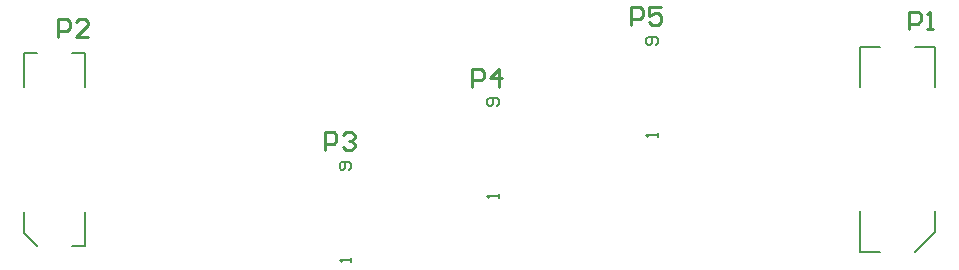
<source format=gto>
%FSTAX42Y42*%
%MOMM*%
%SFA1B1*%

%IPPOS*%
%ADD12C,0.250000*%
%ADD19C,0.150000*%
%ADD20C,0.200000*%
%LNflex_debugging-1*%
%LPD*%
G54D12*
X006417Y007501D02*
Y007654D01*
X006493*
X006519Y007628*
Y007577*
X006493Y007552*
X006417*
X006671Y007501D02*
X006569D01*
X006671Y007603*
Y007628*
X006645Y007654*
X006595*
X006569Y007628*
X013618Y007565D02*
Y007717D01*
X013694*
X013719Y007692*
Y007641*
X013694Y007615*
X013618*
X01377Y007565D02*
X013821D01*
X013796*
Y007717*
X01377Y007692*
X009917Y007082D02*
Y007234D01*
X009993*
X010019Y007209*
Y007158*
X009993Y007133*
X009917*
X010146Y007082D02*
Y007234D01*
X010069Y007158*
X010171*
X011266Y0076D02*
Y007753D01*
X011342*
X011367Y007727*
Y007676*
X011342Y007651*
X011266*
X01152Y007753D02*
X011418D01*
Y007676*
X011469Y007702*
X011494*
X01152Y007676*
Y007626*
X011494Y0076*
X011444*
X011418Y007626*
X00867Y006541D02*
Y006693D01*
X008746*
X008771Y006668*
Y006617*
X008746Y006592*
X00867*
X008822Y006668D02*
X008848Y006693D01*
X008898*
X008924Y006668*
Y006643*
X008898Y006617*
X008873*
X008898*
X008924Y006592*
Y006566*
X008898Y006541*
X008848*
X008822Y006566*
G54D19*
X006123Y005838D02*
Y006023D01*
Y005838D02*
X006233Y005728D01*
D01*
X006534D02*
X006644D01*
Y006023*
X006643Y007074D02*
Y007369D01*
X006123Y007074D02*
Y007369D01*
X006233*
X006533D02*
X006643D01*
X0132Y005679D02*
X01337D01*
X0132D02*
Y006024D01*
Y007074D02*
Y007419D01*
X01337*
X01367D02*
X01384D01*
Y007074D02*
Y007419D01*
X01367Y005679D02*
X01384Y005849D01*
Y006024*
G54D20*
X010145Y006136D02*
Y006169D01*
Y006152*
X010045*
X010061Y006136*
X010127Y00692D02*
X010144Y006936D01*
Y00697*
X010127Y006986*
X010061*
X010044Y00697*
Y006936*
X010061Y00692*
X010077*
X010094Y006936*
Y006986*
X011494Y006652D02*
Y006686D01*
Y006669*
X011394*
X011411Y006652*
X011477Y007436D02*
X011494Y007453D01*
Y007486*
X011477Y007503*
X01141*
X011394Y007486*
Y007453*
X01141Y007436*
X011427*
X011444Y007453*
Y007503*
X008897Y005593D02*
Y005627D01*
Y00561*
X008797*
X008814Y005593*
X00888Y006377D02*
X008896Y006394D01*
Y006427*
X00888Y006444*
X008813*
X008797Y006427*
Y006394*
X008813Y006377*
X00883*
X008847Y006394*
Y006444*
M02*
</source>
